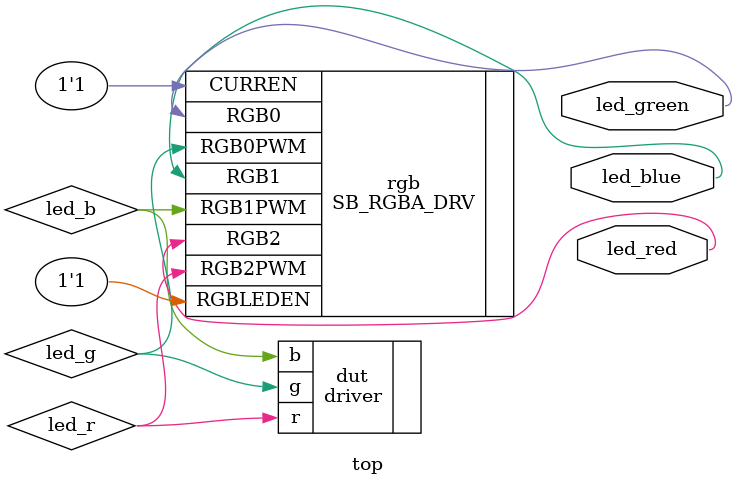
<source format=sv>
module top (
	output logic led_red, led_green, led_blue
);

	logic sys_clk;
	SB_HFOSC #(
		.CLKHF_DIV("0b00")
	) u_SB_HFOSC (
		.CLKHFPU(1'b1),
		.CLKHFEN(1'b1),
		.CLKHF(sys_clk)
	);

	logic led_r, led_g, led_b;

	driver dut (.r(led_r), .g(led_g), .b(led_b));

	SB_RGBA_DRV #(
		.CURRENT_MODE("0b1"),
		.RGB0_CURRENT("0b000001"),
		.RGB1_CURRENT("0b000001"),
		.RGB2_CURRENT("0b000001")
	) rgb (
		.RGBLEDEN (1'b1),
		.RGB0PWM  (led_g),
		.RGB1PWM  (led_b),
		.RGB2PWM  (led_r),
		.CURREN   (1'b1),
		.RGB0     (led_green),
		.RGB1     (led_blue),
		.RGB2     (led_red)
	);

endmodule

</source>
